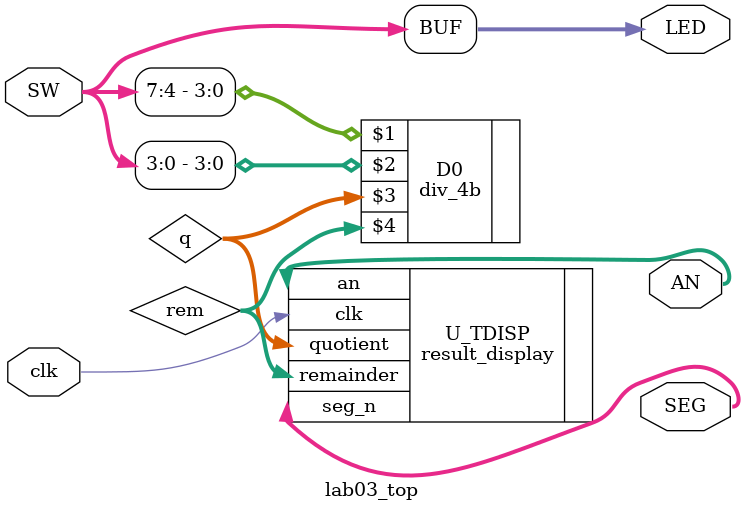
<source format=sv>
`timescale 1ns / 1ps


module lab03_top(
    input logic clk, 
    input logic  [15:0] SW,
    output logic [15:0] LED,
    output logic [7:0] AN,
    output logic [6:0] SEG
    );
    
    

    assign LED[15:0]   = SW[15:0]; 
    logic [3:0]q, rem;
    
    div_4b D0 (SW[7:4], SW[3:0], q, rem);
    result_display U_TDISP(.quotient(q), .remainder(rem), .clk(clk), .seg_n(SEG), .an(AN));  

endmodule

</source>
